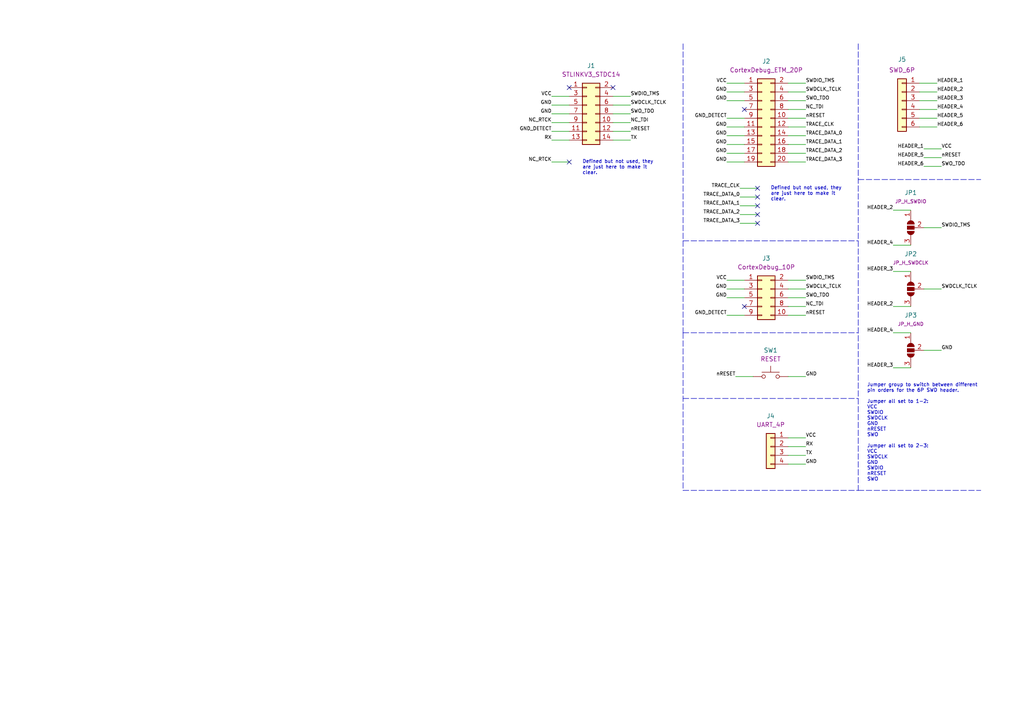
<source format=kicad_sch>
(kicad_sch (version 20211123) (generator eeschema)

  (uuid 50af08b7-9eb0-4199-add4-a3e594662856)

  (paper "A4")

  (title_block
    (title "ST-Link V3 MINI Adapter")
    (date "2022-10-03")
    (rev "1.0")
    (company "BlendEthanol by BZH Embedded Solutions")
  )

  (lib_symbols
    (symbol "Connector_Generic:Conn_01x04" (pin_names (offset 1.016) hide) (in_bom yes) (on_board yes)
      (property "Reference" "J" (id 0) (at 0 5.08 0)
        (effects (font (size 1.27 1.27)))
      )
      (property "Value" "Conn_01x04" (id 1) (at 0 -7.62 0)
        (effects (font (size 1.27 1.27)))
      )
      (property "Footprint" "" (id 2) (at 0 0 0)
        (effects (font (size 1.27 1.27)) hide)
      )
      (property "Datasheet" "~" (id 3) (at 0 0 0)
        (effects (font (size 1.27 1.27)) hide)
      )
      (property "ki_keywords" "connector" (id 4) (at 0 0 0)
        (effects (font (size 1.27 1.27)) hide)
      )
      (property "ki_description" "Generic connector, single row, 01x04, script generated (kicad-library-utils/schlib/autogen/connector/)" (id 5) (at 0 0 0)
        (effects (font (size 1.27 1.27)) hide)
      )
      (property "ki_fp_filters" "Connector*:*_1x??_*" (id 6) (at 0 0 0)
        (effects (font (size 1.27 1.27)) hide)
      )
      (symbol "Conn_01x04_1_1"
        (rectangle (start -1.27 -4.953) (end 0 -5.207)
          (stroke (width 0.1524) (type default) (color 0 0 0 0))
          (fill (type none))
        )
        (rectangle (start -1.27 -2.413) (end 0 -2.667)
          (stroke (width 0.1524) (type default) (color 0 0 0 0))
          (fill (type none))
        )
        (rectangle (start -1.27 0.127) (end 0 -0.127)
          (stroke (width 0.1524) (type default) (color 0 0 0 0))
          (fill (type none))
        )
        (rectangle (start -1.27 2.667) (end 0 2.413)
          (stroke (width 0.1524) (type default) (color 0 0 0 0))
          (fill (type none))
        )
        (rectangle (start -1.27 3.81) (end 1.27 -6.35)
          (stroke (width 0.254) (type default) (color 0 0 0 0))
          (fill (type background))
        )
        (pin passive line (at -5.08 2.54 0) (length 3.81)
          (name "Pin_1" (effects (font (size 1.27 1.27))))
          (number "1" (effects (font (size 1.27 1.27))))
        )
        (pin passive line (at -5.08 0 0) (length 3.81)
          (name "Pin_2" (effects (font (size 1.27 1.27))))
          (number "2" (effects (font (size 1.27 1.27))))
        )
        (pin passive line (at -5.08 -2.54 0) (length 3.81)
          (name "Pin_3" (effects (font (size 1.27 1.27))))
          (number "3" (effects (font (size 1.27 1.27))))
        )
        (pin passive line (at -5.08 -5.08 0) (length 3.81)
          (name "Pin_4" (effects (font (size 1.27 1.27))))
          (number "4" (effects (font (size 1.27 1.27))))
        )
      )
    )
    (symbol "Connector_Generic:Conn_01x06" (pin_names (offset 1.016) hide) (in_bom yes) (on_board yes)
      (property "Reference" "J" (id 0) (at 0 7.62 0)
        (effects (font (size 1.27 1.27)))
      )
      (property "Value" "Conn_01x06" (id 1) (at 0 -10.16 0)
        (effects (font (size 1.27 1.27)))
      )
      (property "Footprint" "" (id 2) (at 0 0 0)
        (effects (font (size 1.27 1.27)) hide)
      )
      (property "Datasheet" "~" (id 3) (at 0 0 0)
        (effects (font (size 1.27 1.27)) hide)
      )
      (property "ki_keywords" "connector" (id 4) (at 0 0 0)
        (effects (font (size 1.27 1.27)) hide)
      )
      (property "ki_description" "Generic connector, single row, 01x06, script generated (kicad-library-utils/schlib/autogen/connector/)" (id 5) (at 0 0 0)
        (effects (font (size 1.27 1.27)) hide)
      )
      (property "ki_fp_filters" "Connector*:*_1x??_*" (id 6) (at 0 0 0)
        (effects (font (size 1.27 1.27)) hide)
      )
      (symbol "Conn_01x06_1_1"
        (rectangle (start -1.27 -7.493) (end 0 -7.747)
          (stroke (width 0.1524) (type default) (color 0 0 0 0))
          (fill (type none))
        )
        (rectangle (start -1.27 -4.953) (end 0 -5.207)
          (stroke (width 0.1524) (type default) (color 0 0 0 0))
          (fill (type none))
        )
        (rectangle (start -1.27 -2.413) (end 0 -2.667)
          (stroke (width 0.1524) (type default) (color 0 0 0 0))
          (fill (type none))
        )
        (rectangle (start -1.27 0.127) (end 0 -0.127)
          (stroke (width 0.1524) (type default) (color 0 0 0 0))
          (fill (type none))
        )
        (rectangle (start -1.27 2.667) (end 0 2.413)
          (stroke (width 0.1524) (type default) (color 0 0 0 0))
          (fill (type none))
        )
        (rectangle (start -1.27 5.207) (end 0 4.953)
          (stroke (width 0.1524) (type default) (color 0 0 0 0))
          (fill (type none))
        )
        (rectangle (start -1.27 6.35) (end 1.27 -8.89)
          (stroke (width 0.254) (type default) (color 0 0 0 0))
          (fill (type background))
        )
        (pin passive line (at -5.08 5.08 0) (length 3.81)
          (name "Pin_1" (effects (font (size 1.27 1.27))))
          (number "1" (effects (font (size 1.27 1.27))))
        )
        (pin passive line (at -5.08 2.54 0) (length 3.81)
          (name "Pin_2" (effects (font (size 1.27 1.27))))
          (number "2" (effects (font (size 1.27 1.27))))
        )
        (pin passive line (at -5.08 0 0) (length 3.81)
          (name "Pin_3" (effects (font (size 1.27 1.27))))
          (number "3" (effects (font (size 1.27 1.27))))
        )
        (pin passive line (at -5.08 -2.54 0) (length 3.81)
          (name "Pin_4" (effects (font (size 1.27 1.27))))
          (number "4" (effects (font (size 1.27 1.27))))
        )
        (pin passive line (at -5.08 -5.08 0) (length 3.81)
          (name "Pin_5" (effects (font (size 1.27 1.27))))
          (number "5" (effects (font (size 1.27 1.27))))
        )
        (pin passive line (at -5.08 -7.62 0) (length 3.81)
          (name "Pin_6" (effects (font (size 1.27 1.27))))
          (number "6" (effects (font (size 1.27 1.27))))
        )
      )
    )
    (symbol "Connector_Generic:Conn_02x05_Odd_Even" (pin_names (offset 1.016) hide) (in_bom yes) (on_board yes)
      (property "Reference" "J" (id 0) (at 1.27 7.62 0)
        (effects (font (size 1.27 1.27)))
      )
      (property "Value" "Conn_02x05_Odd_Even" (id 1) (at 1.27 -7.62 0)
        (effects (font (size 1.27 1.27)))
      )
      (property "Footprint" "" (id 2) (at 0 0 0)
        (effects (font (size 1.27 1.27)) hide)
      )
      (property "Datasheet" "~" (id 3) (at 0 0 0)
        (effects (font (size 1.27 1.27)) hide)
      )
      (property "ki_keywords" "connector" (id 4) (at 0 0 0)
        (effects (font (size 1.27 1.27)) hide)
      )
      (property "ki_description" "Generic connector, double row, 02x05, odd/even pin numbering scheme (row 1 odd numbers, row 2 even numbers), script generated (kicad-library-utils/schlib/autogen/connector/)" (id 5) (at 0 0 0)
        (effects (font (size 1.27 1.27)) hide)
      )
      (property "ki_fp_filters" "Connector*:*_2x??_*" (id 6) (at 0 0 0)
        (effects (font (size 1.27 1.27)) hide)
      )
      (symbol "Conn_02x05_Odd_Even_1_1"
        (rectangle (start -1.27 -4.953) (end 0 -5.207)
          (stroke (width 0.1524) (type default) (color 0 0 0 0))
          (fill (type none))
        )
        (rectangle (start -1.27 -2.413) (end 0 -2.667)
          (stroke (width 0.1524) (type default) (color 0 0 0 0))
          (fill (type none))
        )
        (rectangle (start -1.27 0.127) (end 0 -0.127)
          (stroke (width 0.1524) (type default) (color 0 0 0 0))
          (fill (type none))
        )
        (rectangle (start -1.27 2.667) (end 0 2.413)
          (stroke (width 0.1524) (type default) (color 0 0 0 0))
          (fill (type none))
        )
        (rectangle (start -1.27 5.207) (end 0 4.953)
          (stroke (width 0.1524) (type default) (color 0 0 0 0))
          (fill (type none))
        )
        (rectangle (start -1.27 6.35) (end 3.81 -6.35)
          (stroke (width 0.254) (type default) (color 0 0 0 0))
          (fill (type background))
        )
        (rectangle (start 3.81 -4.953) (end 2.54 -5.207)
          (stroke (width 0.1524) (type default) (color 0 0 0 0))
          (fill (type none))
        )
        (rectangle (start 3.81 -2.413) (end 2.54 -2.667)
          (stroke (width 0.1524) (type default) (color 0 0 0 0))
          (fill (type none))
        )
        (rectangle (start 3.81 0.127) (end 2.54 -0.127)
          (stroke (width 0.1524) (type default) (color 0 0 0 0))
          (fill (type none))
        )
        (rectangle (start 3.81 2.667) (end 2.54 2.413)
          (stroke (width 0.1524) (type default) (color 0 0 0 0))
          (fill (type none))
        )
        (rectangle (start 3.81 5.207) (end 2.54 4.953)
          (stroke (width 0.1524) (type default) (color 0 0 0 0))
          (fill (type none))
        )
        (pin passive line (at -5.08 5.08 0) (length 3.81)
          (name "Pin_1" (effects (font (size 1.27 1.27))))
          (number "1" (effects (font (size 1.27 1.27))))
        )
        (pin passive line (at 7.62 -5.08 180) (length 3.81)
          (name "Pin_10" (effects (font (size 1.27 1.27))))
          (number "10" (effects (font (size 1.27 1.27))))
        )
        (pin passive line (at 7.62 5.08 180) (length 3.81)
          (name "Pin_2" (effects (font (size 1.27 1.27))))
          (number "2" (effects (font (size 1.27 1.27))))
        )
        (pin passive line (at -5.08 2.54 0) (length 3.81)
          (name "Pin_3" (effects (font (size 1.27 1.27))))
          (number "3" (effects (font (size 1.27 1.27))))
        )
        (pin passive line (at 7.62 2.54 180) (length 3.81)
          (name "Pin_4" (effects (font (size 1.27 1.27))))
          (number "4" (effects (font (size 1.27 1.27))))
        )
        (pin passive line (at -5.08 0 0) (length 3.81)
          (name "Pin_5" (effects (font (size 1.27 1.27))))
          (number "5" (effects (font (size 1.27 1.27))))
        )
        (pin passive line (at 7.62 0 180) (length 3.81)
          (name "Pin_6" (effects (font (size 1.27 1.27))))
          (number "6" (effects (font (size 1.27 1.27))))
        )
        (pin passive line (at -5.08 -2.54 0) (length 3.81)
          (name "Pin_7" (effects (font (size 1.27 1.27))))
          (number "7" (effects (font (size 1.27 1.27))))
        )
        (pin passive line (at 7.62 -2.54 180) (length 3.81)
          (name "Pin_8" (effects (font (size 1.27 1.27))))
          (number "8" (effects (font (size 1.27 1.27))))
        )
        (pin passive line (at -5.08 -5.08 0) (length 3.81)
          (name "Pin_9" (effects (font (size 1.27 1.27))))
          (number "9" (effects (font (size 1.27 1.27))))
        )
      )
    )
    (symbol "Connector_Generic:Conn_02x07_Odd_Even" (pin_names (offset 1.016) hide) (in_bom yes) (on_board yes)
      (property "Reference" "J" (id 0) (at 1.27 10.16 0)
        (effects (font (size 1.27 1.27)))
      )
      (property "Value" "Conn_02x07_Odd_Even" (id 1) (at 1.27 -10.16 0)
        (effects (font (size 1.27 1.27)))
      )
      (property "Footprint" "" (id 2) (at 0 0 0)
        (effects (font (size 1.27 1.27)) hide)
      )
      (property "Datasheet" "~" (id 3) (at 0 0 0)
        (effects (font (size 1.27 1.27)) hide)
      )
      (property "ki_keywords" "connector" (id 4) (at 0 0 0)
        (effects (font (size 1.27 1.27)) hide)
      )
      (property "ki_description" "Generic connector, double row, 02x07, odd/even pin numbering scheme (row 1 odd numbers, row 2 even numbers), script generated (kicad-library-utils/schlib/autogen/connector/)" (id 5) (at 0 0 0)
        (effects (font (size 1.27 1.27)) hide)
      )
      (property "ki_fp_filters" "Connector*:*_2x??_*" (id 6) (at 0 0 0)
        (effects (font (size 1.27 1.27)) hide)
      )
      (symbol "Conn_02x07_Odd_Even_1_1"
        (rectangle (start -1.27 -7.493) (end 0 -7.747)
          (stroke (width 0.1524) (type default) (color 0 0 0 0))
          (fill (type none))
        )
        (rectangle (start -1.27 -4.953) (end 0 -5.207)
          (stroke (width 0.1524) (type default) (color 0 0 0 0))
          (fill (type none))
        )
        (rectangle (start -1.27 -2.413) (end 0 -2.667)
          (stroke (width 0.1524) (type default) (color 0 0 0 0))
          (fill (type none))
        )
        (rectangle (start -1.27 0.127) (end 0 -0.127)
          (stroke (width 0.1524) (type default) (color 0 0 0 0))
          (fill (type none))
        )
        (rectangle (start -1.27 2.667) (end 0 2.413)
          (stroke (width 0.1524) (type default) (color 0 0 0 0))
          (fill (type none))
        )
        (rectangle (start -1.27 5.207) (end 0 4.953)
          (stroke (width 0.1524) (type default) (color 0 0 0 0))
          (fill (type none))
        )
        (rectangle (start -1.27 7.747) (end 0 7.493)
          (stroke (width 0.1524) (type default) (color 0 0 0 0))
          (fill (type none))
        )
        (rectangle (start -1.27 8.89) (end 3.81 -8.89)
          (stroke (width 0.254) (type default) (color 0 0 0 0))
          (fill (type background))
        )
        (rectangle (start 3.81 -7.493) (end 2.54 -7.747)
          (stroke (width 0.1524) (type default) (color 0 0 0 0))
          (fill (type none))
        )
        (rectangle (start 3.81 -4.953) (end 2.54 -5.207)
          (stroke (width 0.1524) (type default) (color 0 0 0 0))
          (fill (type none))
        )
        (rectangle (start 3.81 -2.413) (end 2.54 -2.667)
          (stroke (width 0.1524) (type default) (color 0 0 0 0))
          (fill (type none))
        )
        (rectangle (start 3.81 0.127) (end 2.54 -0.127)
          (stroke (width 0.1524) (type default) (color 0 0 0 0))
          (fill (type none))
        )
        (rectangle (start 3.81 2.667) (end 2.54 2.413)
          (stroke (width 0.1524) (type default) (color 0 0 0 0))
          (fill (type none))
        )
        (rectangle (start 3.81 5.207) (end 2.54 4.953)
          (stroke (width 0.1524) (type default) (color 0 0 0 0))
          (fill (type none))
        )
        (rectangle (start 3.81 7.747) (end 2.54 7.493)
          (stroke (width 0.1524) (type default) (color 0 0 0 0))
          (fill (type none))
        )
        (pin passive line (at -5.08 7.62 0) (length 3.81)
          (name "Pin_1" (effects (font (size 1.27 1.27))))
          (number "1" (effects (font (size 1.27 1.27))))
        )
        (pin passive line (at 7.62 -2.54 180) (length 3.81)
          (name "Pin_10" (effects (font (size 1.27 1.27))))
          (number "10" (effects (font (size 1.27 1.27))))
        )
        (pin passive line (at -5.08 -5.08 0) (length 3.81)
          (name "Pin_11" (effects (font (size 1.27 1.27))))
          (number "11" (effects (font (size 1.27 1.27))))
        )
        (pin passive line (at 7.62 -5.08 180) (length 3.81)
          (name "Pin_12" (effects (font (size 1.27 1.27))))
          (number "12" (effects (font (size 1.27 1.27))))
        )
        (pin passive line (at -5.08 -7.62 0) (length 3.81)
          (name "Pin_13" (effects (font (size 1.27 1.27))))
          (number "13" (effects (font (size 1.27 1.27))))
        )
        (pin passive line (at 7.62 -7.62 180) (length 3.81)
          (name "Pin_14" (effects (font (size 1.27 1.27))))
          (number "14" (effects (font (size 1.27 1.27))))
        )
        (pin passive line (at 7.62 7.62 180) (length 3.81)
          (name "Pin_2" (effects (font (size 1.27 1.27))))
          (number "2" (effects (font (size 1.27 1.27))))
        )
        (pin passive line (at -5.08 5.08 0) (length 3.81)
          (name "Pin_3" (effects (font (size 1.27 1.27))))
          (number "3" (effects (font (size 1.27 1.27))))
        )
        (pin passive line (at 7.62 5.08 180) (length 3.81)
          (name "Pin_4" (effects (font (size 1.27 1.27))))
          (number "4" (effects (font (size 1.27 1.27))))
        )
        (pin passive line (at -5.08 2.54 0) (length 3.81)
          (name "Pin_5" (effects (font (size 1.27 1.27))))
          (number "5" (effects (font (size 1.27 1.27))))
        )
        (pin passive line (at 7.62 2.54 180) (length 3.81)
          (name "Pin_6" (effects (font (size 1.27 1.27))))
          (number "6" (effects (font (size 1.27 1.27))))
        )
        (pin passive line (at -5.08 0 0) (length 3.81)
          (name "Pin_7" (effects (font (size 1.27 1.27))))
          (number "7" (effects (font (size 1.27 1.27))))
        )
        (pin passive line (at 7.62 0 180) (length 3.81)
          (name "Pin_8" (effects (font (size 1.27 1.27))))
          (number "8" (effects (font (size 1.27 1.27))))
        )
        (pin passive line (at -5.08 -2.54 0) (length 3.81)
          (name "Pin_9" (effects (font (size 1.27 1.27))))
          (number "9" (effects (font (size 1.27 1.27))))
        )
      )
    )
    (symbol "Connector_Generic:Conn_02x10_Odd_Even" (pin_names (offset 1.016) hide) (in_bom yes) (on_board yes)
      (property "Reference" "J" (id 0) (at 1.27 12.7 0)
        (effects (font (size 1.27 1.27)))
      )
      (property "Value" "Conn_02x10_Odd_Even" (id 1) (at 1.27 -15.24 0)
        (effects (font (size 1.27 1.27)))
      )
      (property "Footprint" "" (id 2) (at 0 0 0)
        (effects (font (size 1.27 1.27)) hide)
      )
      (property "Datasheet" "~" (id 3) (at 0 0 0)
        (effects (font (size 1.27 1.27)) hide)
      )
      (property "ki_keywords" "connector" (id 4) (at 0 0 0)
        (effects (font (size 1.27 1.27)) hide)
      )
      (property "ki_description" "Generic connector, double row, 02x10, odd/even pin numbering scheme (row 1 odd numbers, row 2 even numbers), script generated (kicad-library-utils/schlib/autogen/connector/)" (id 5) (at 0 0 0)
        (effects (font (size 1.27 1.27)) hide)
      )
      (property "ki_fp_filters" "Connector*:*_2x??_*" (id 6) (at 0 0 0)
        (effects (font (size 1.27 1.27)) hide)
      )
      (symbol "Conn_02x10_Odd_Even_1_1"
        (rectangle (start -1.27 -12.573) (end 0 -12.827)
          (stroke (width 0.1524) (type default) (color 0 0 0 0))
          (fill (type none))
        )
        (rectangle (start -1.27 -10.033) (end 0 -10.287)
          (stroke (width 0.1524) (type default) (color 0 0 0 0))
          (fill (type none))
        )
        (rectangle (start -1.27 -7.493) (end 0 -7.747)
          (stroke (width 0.1524) (type default) (color 0 0 0 0))
          (fill (type none))
        )
        (rectangle (start -1.27 -4.953) (end 0 -5.207)
          (stroke (width 0.1524) (type default) (color 0 0 0 0))
          (fill (type none))
        )
        (rectangle (start -1.27 -2.413) (end 0 -2.667)
          (stroke (width 0.1524) (type default) (color 0 0 0 0))
          (fill (type none))
        )
        (rectangle (start -1.27 0.127) (end 0 -0.127)
          (stroke (width 0.1524) (type default) (color 0 0 0 0))
          (fill (type none))
        )
        (rectangle (start -1.27 2.667) (end 0 2.413)
          (stroke (width 0.1524) (type default) (color 0 0 0 0))
          (fill (type none))
        )
        (rectangle (start -1.27 5.207) (end 0 4.953)
          (stroke (width 0.1524) (type default) (color 0 0 0 0))
          (fill (type none))
        )
        (rectangle (start -1.27 7.747) (end 0 7.493)
          (stroke (width 0.1524) (type default) (color 0 0 0 0))
          (fill (type none))
        )
        (rectangle (start -1.27 10.287) (end 0 10.033)
          (stroke (width 0.1524) (type default) (color 0 0 0 0))
          (fill (type none))
        )
        (rectangle (start -1.27 11.43) (end 3.81 -13.97)
          (stroke (width 0.254) (type default) (color 0 0 0 0))
          (fill (type background))
        )
        (rectangle (start 3.81 -12.573) (end 2.54 -12.827)
          (stroke (width 0.1524) (type default) (color 0 0 0 0))
          (fill (type none))
        )
        (rectangle (start 3.81 -10.033) (end 2.54 -10.287)
          (stroke (width 0.1524) (type default) (color 0 0 0 0))
          (fill (type none))
        )
        (rectangle (start 3.81 -7.493) (end 2.54 -7.747)
          (stroke (width 0.1524) (type default) (color 0 0 0 0))
          (fill (type none))
        )
        (rectangle (start 3.81 -4.953) (end 2.54 -5.207)
          (stroke (width 0.1524) (type default) (color 0 0 0 0))
          (fill (type none))
        )
        (rectangle (start 3.81 -2.413) (end 2.54 -2.667)
          (stroke (width 0.1524) (type default) (color 0 0 0 0))
          (fill (type none))
        )
        (rectangle (start 3.81 0.127) (end 2.54 -0.127)
          (stroke (width 0.1524) (type default) (color 0 0 0 0))
          (fill (type none))
        )
        (rectangle (start 3.81 2.667) (end 2.54 2.413)
          (stroke (width 0.1524) (type default) (color 0 0 0 0))
          (fill (type none))
        )
        (rectangle (start 3.81 5.207) (end 2.54 4.953)
          (stroke (width 0.1524) (type default) (color 0 0 0 0))
          (fill (type none))
        )
        (rectangle (start 3.81 7.747) (end 2.54 7.493)
          (stroke (width 0.1524) (type default) (color 0 0 0 0))
          (fill (type none))
        )
        (rectangle (start 3.81 10.287) (end 2.54 10.033)
          (stroke (width 0.1524) (type default) (color 0 0 0 0))
          (fill (type none))
        )
        (pin passive line (at -5.08 10.16 0) (length 3.81)
          (name "Pin_1" (effects (font (size 1.27 1.27))))
          (number "1" (effects (font (size 1.27 1.27))))
        )
        (pin passive line (at 7.62 0 180) (length 3.81)
          (name "Pin_10" (effects (font (size 1.27 1.27))))
          (number "10" (effects (font (size 1.27 1.27))))
        )
        (pin passive line (at -5.08 -2.54 0) (length 3.81)
          (name "Pin_11" (effects (font (size 1.27 1.27))))
          (number "11" (effects (font (size 1.27 1.27))))
        )
        (pin passive line (at 7.62 -2.54 180) (length 3.81)
          (name "Pin_12" (effects (font (size 1.27 1.27))))
          (number "12" (effects (font (size 1.27 1.27))))
        )
        (pin passive line (at -5.08 -5.08 0) (length 3.81)
          (name "Pin_13" (effects (font (size 1.27 1.27))))
          (number "13" (effects (font (size 1.27 1.27))))
        )
        (pin passive line (at 7.62 -5.08 180) (length 3.81)
          (name "Pin_14" (effects (font (size 1.27 1.27))))
          (number "14" (effects (font (size 1.27 1.27))))
        )
        (pin passive line (at -5.08 -7.62 0) (length 3.81)
          (name "Pin_15" (effects (font (size 1.27 1.27))))
          (number "15" (effects (font (size 1.27 1.27))))
        )
        (pin passive line (at 7.62 -7.62 180) (length 3.81)
          (name "Pin_16" (effects (font (size 1.27 1.27))))
          (number "16" (effects (font (size 1.27 1.27))))
        )
        (pin passive line (at -5.08 -10.16 0) (length 3.81)
          (name "Pin_17" (effects (font (size 1.27 1.27))))
          (number "17" (effects (font (size 1.27 1.27))))
        )
        (pin passive line (at 7.62 -10.16 180) (length 3.81)
          (name "Pin_18" (effects (font (size 1.27 1.27))))
          (number "18" (effects (font (size 1.27 1.27))))
        )
        (pin passive line (at -5.08 -12.7 0) (length 3.81)
          (name "Pin_19" (effects (font (size 1.27 1.27))))
          (number "19" (effects (font (size 1.27 1.27))))
        )
        (pin passive line (at 7.62 10.16 180) (length 3.81)
          (name "Pin_2" (effects (font (size 1.27 1.27))))
          (number "2" (effects (font (size 1.27 1.27))))
        )
        (pin passive line (at 7.62 -12.7 180) (length 3.81)
          (name "Pin_20" (effects (font (size 1.27 1.27))))
          (number "20" (effects (font (size 1.27 1.27))))
        )
        (pin passive line (at -5.08 7.62 0) (length 3.81)
          (name "Pin_3" (effects (font (size 1.27 1.27))))
          (number "3" (effects (font (size 1.27 1.27))))
        )
        (pin passive line (at 7.62 7.62 180) (length 3.81)
          (name "Pin_4" (effects (font (size 1.27 1.27))))
          (number "4" (effects (font (size 1.27 1.27))))
        )
        (pin passive line (at -5.08 5.08 0) (length 3.81)
          (name "Pin_5" (effects (font (size 1.27 1.27))))
          (number "5" (effects (font (size 1.27 1.27))))
        )
        (pin passive line (at 7.62 5.08 180) (length 3.81)
          (name "Pin_6" (effects (font (size 1.27 1.27))))
          (number "6" (effects (font (size 1.27 1.27))))
        )
        (pin passive line (at -5.08 2.54 0) (length 3.81)
          (name "Pin_7" (effects (font (size 1.27 1.27))))
          (number "7" (effects (font (size 1.27 1.27))))
        )
        (pin passive line (at 7.62 2.54 180) (length 3.81)
          (name "Pin_8" (effects (font (size 1.27 1.27))))
          (number "8" (effects (font (size 1.27 1.27))))
        )
        (pin passive line (at -5.08 0 0) (length 3.81)
          (name "Pin_9" (effects (font (size 1.27 1.27))))
          (number "9" (effects (font (size 1.27 1.27))))
        )
      )
    )
    (symbol "Jumper:SolderJumper_3_Open" (pin_names (offset 0) hide) (in_bom yes) (on_board yes)
      (property "Reference" "JP" (id 0) (at -2.54 -2.54 0)
        (effects (font (size 1.27 1.27)))
      )
      (property "Value" "SolderJumper_3_Open" (id 1) (at 0 2.794 0)
        (effects (font (size 1.27 1.27)))
      )
      (property "Footprint" "" (id 2) (at 0 0 0)
        (effects (font (size 1.27 1.27)) hide)
      )
      (property "Datasheet" "~" (id 3) (at 0 0 0)
        (effects (font (size 1.27 1.27)) hide)
      )
      (property "ki_keywords" "Solder Jumper SPDT" (id 4) (at 0 0 0)
        (effects (font (size 1.27 1.27)) hide)
      )
      (property "ki_description" "Solder Jumper, 3-pole, open" (id 5) (at 0 0 0)
        (effects (font (size 1.27 1.27)) hide)
      )
      (property "ki_fp_filters" "SolderJumper*Open*" (id 6) (at 0 0 0)
        (effects (font (size 1.27 1.27)) hide)
      )
      (symbol "SolderJumper_3_Open_0_1"
        (arc (start -1.016 1.016) (mid -2.032 0) (end -1.016 -1.016)
          (stroke (width 0) (type default) (color 0 0 0 0))
          (fill (type none))
        )
        (arc (start -1.016 1.016) (mid -2.032 0) (end -1.016 -1.016)
          (stroke (width 0) (type default) (color 0 0 0 0))
          (fill (type outline))
        )
        (rectangle (start -0.508 1.016) (end 0.508 -1.016)
          (stroke (width 0) (type default) (color 0 0 0 0))
          (fill (type outline))
        )
        (polyline
          (pts
            (xy -2.54 0)
            (xy -2.032 0)
          )
          (stroke (width 0) (type default) (color 0 0 0 0))
          (fill (type none))
        )
        (polyline
          (pts
            (xy -1.016 1.016)
            (xy -1.016 -1.016)
          )
          (stroke (width 0) (type default) (color 0 0 0 0))
          (fill (type none))
        )
        (polyline
          (pts
            (xy 0 -1.27)
            (xy 0 -1.016)
          )
          (stroke (width 0) (type default) (color 0 0 0 0))
          (fill (type none))
        )
        (polyline
          (pts
            (xy 1.016 1.016)
            (xy 1.016 -1.016)
          )
          (stroke (width 0) (type default) (color 0 0 0 0))
          (fill (type none))
        )
        (polyline
          (pts
            (xy 2.54 0)
            (xy 2.032 0)
          )
          (stroke (width 0) (type default) (color 0 0 0 0))
          (fill (type none))
        )
        (arc (start 1.016 -1.016) (mid 2.032 0) (end 1.016 1.016)
          (stroke (width 0) (type default) (color 0 0 0 0))
          (fill (type none))
        )
        (arc (start 1.016 -1.016) (mid 2.032 0) (end 1.016 1.016)
          (stroke (width 0) (type default) (color 0 0 0 0))
          (fill (type outline))
        )
      )
      (symbol "SolderJumper_3_Open_1_1"
        (pin passive line (at -5.08 0 0) (length 2.54)
          (name "A" (effects (font (size 1.27 1.27))))
          (number "1" (effects (font (size 1.27 1.27))))
        )
        (pin passive line (at 0 -3.81 90) (length 2.54)
          (name "C" (effects (font (size 1.27 1.27))))
          (number "2" (effects (font (size 1.27 1.27))))
        )
        (pin passive line (at 5.08 0 180) (length 2.54)
          (name "B" (effects (font (size 1.27 1.27))))
          (number "3" (effects (font (size 1.27 1.27))))
        )
      )
    )
    (symbol "Switch:SW_Push" (pin_numbers hide) (pin_names (offset 1.016) hide) (in_bom yes) (on_board yes)
      (property "Reference" "SW" (id 0) (at 1.27 2.54 0)
        (effects (font (size 1.27 1.27)) (justify left))
      )
      (property "Value" "SW_Push" (id 1) (at 0 -1.524 0)
        (effects (font (size 1.27 1.27)))
      )
      (property "Footprint" "" (id 2) (at 0 5.08 0)
        (effects (font (size 1.27 1.27)) hide)
      )
      (property "Datasheet" "~" (id 3) (at 0 5.08 0)
        (effects (font (size 1.27 1.27)) hide)
      )
      (property "ki_keywords" "switch normally-open pushbutton push-button" (id 4) (at 0 0 0)
        (effects (font (size 1.27 1.27)) hide)
      )
      (property "ki_description" "Push button switch, generic, two pins" (id 5) (at 0 0 0)
        (effects (font (size 1.27 1.27)) hide)
      )
      (symbol "SW_Push_0_1"
        (circle (center -2.032 0) (radius 0.508)
          (stroke (width 0) (type default) (color 0 0 0 0))
          (fill (type none))
        )
        (polyline
          (pts
            (xy 0 1.27)
            (xy 0 3.048)
          )
          (stroke (width 0) (type default) (color 0 0 0 0))
          (fill (type none))
        )
        (polyline
          (pts
            (xy 2.54 1.27)
            (xy -2.54 1.27)
          )
          (stroke (width 0) (type default) (color 0 0 0 0))
          (fill (type none))
        )
        (circle (center 2.032 0) (radius 0.508)
          (stroke (width 0) (type default) (color 0 0 0 0))
          (fill (type none))
        )
        (pin passive line (at -5.08 0 0) (length 2.54)
          (name "1" (effects (font (size 1.27 1.27))))
          (number "1" (effects (font (size 1.27 1.27))))
        )
        (pin passive line (at 5.08 0 180) (length 2.54)
          (name "2" (effects (font (size 1.27 1.27))))
          (number "2" (effects (font (size 1.27 1.27))))
        )
      )
    )
  )


  (no_connect (at 215.9 31.75) (uuid 19cb2019-3f41-44e1-9a16-ec942afec8b7))
  (no_connect (at 215.9 88.9) (uuid 19cb2019-3f41-44e1-9a16-ec942afec8b8))
  (no_connect (at 165.1 46.99) (uuid 1cf28369-0c42-4e9b-8093-0e3521f9020b))
  (no_connect (at 165.1 25.4) (uuid 766f1845-b1d0-4972-b5f5-f4165767db48))
  (no_connect (at 177.8 25.4) (uuid 766f1845-b1d0-4972-b5f5-f4165767db49))
  (no_connect (at 219.71 57.15) (uuid bff3e3ff-f0e0-4953-b3fa-348d7432eede))
  (no_connect (at 219.71 54.61) (uuid bff3e3ff-f0e0-4953-b3fa-348d7432eedf))
  (no_connect (at 219.71 59.69) (uuid bff3e3ff-f0e0-4953-b3fa-348d7432eee0))
  (no_connect (at 219.71 62.23) (uuid bff3e3ff-f0e0-4953-b3fa-348d7432eee1))
  (no_connect (at 219.71 64.77) (uuid bff3e3ff-f0e0-4953-b3fa-348d7432eee2))

  (wire (pts (xy 177.8 35.56) (xy 182.88 35.56))
    (stroke (width 0) (type default) (color 0 0 0 0))
    (uuid 0633ebd6-3e4d-4ee6-a3e0-16d8ab38f08d)
  )
  (wire (pts (xy 259.08 96.52) (xy 264.16 96.52))
    (stroke (width 0) (type default) (color 0 0 0 0))
    (uuid 0c7c751f-690f-4d42-841b-23fedf4643d6)
  )
  (polyline (pts (xy 198.12 69.85) (xy 248.92 69.85))
    (stroke (width 0) (type default) (color 0 0 0 0))
    (uuid 0e57e508-047f-4ab2-8b02-f162ccbbccb8)
  )

  (wire (pts (xy 228.6 109.22) (xy 233.68 109.22))
    (stroke (width 0) (type default) (color 0 0 0 0))
    (uuid 0ff0bd7b-c121-40ec-92fd-081e3cd88028)
  )
  (wire (pts (xy 228.6 41.91) (xy 233.68 41.91))
    (stroke (width 0) (type default) (color 0 0 0 0))
    (uuid 16f6cfa6-8432-4ae4-a020-3f1fc7f852b4)
  )
  (wire (pts (xy 210.82 34.29) (xy 215.9 34.29))
    (stroke (width 0) (type default) (color 0 0 0 0))
    (uuid 17bdf168-4432-4397-b0b4-13dba56aab6a)
  )
  (polyline (pts (xy 248.92 142.24) (xy 284.48 142.24))
    (stroke (width 0) (type default) (color 0 0 0 0))
    (uuid 1bec60ba-19ef-42d8-8a5a-d112fbabf91d)
  )

  (wire (pts (xy 160.02 33.02) (xy 165.1 33.02))
    (stroke (width 0) (type default) (color 0 0 0 0))
    (uuid 1de52774-d87c-42ca-9658-7ff84c4e9cd6)
  )
  (wire (pts (xy 219.71 62.23) (xy 214.63 62.23))
    (stroke (width 0) (type default) (color 0 0 0 0))
    (uuid 1ec9134f-7e01-45ca-93da-400198a51a98)
  )
  (wire (pts (xy 210.82 46.99) (xy 215.9 46.99))
    (stroke (width 0) (type default) (color 0 0 0 0))
    (uuid 1f551c5a-00e5-4df2-a47f-26a7c675dbc5)
  )
  (wire (pts (xy 259.08 78.74) (xy 264.16 78.74))
    (stroke (width 0) (type default) (color 0 0 0 0))
    (uuid 2058bade-a593-4cbf-972c-7ddede87f7a5)
  )
  (wire (pts (xy 228.6 81.28) (xy 233.68 81.28))
    (stroke (width 0) (type default) (color 0 0 0 0))
    (uuid 216c6448-bec7-45e8-a074-0203efbd53d3)
  )
  (wire (pts (xy 228.6 44.45) (xy 233.68 44.45))
    (stroke (width 0) (type default) (color 0 0 0 0))
    (uuid 2847b4f8-d580-43bc-86d8-fdf801e03357)
  )
  (wire (pts (xy 267.97 43.18) (xy 273.05 43.18))
    (stroke (width 0) (type default) (color 0 0 0 0))
    (uuid 3306d924-148c-4540-9655-1ad3ce99cca4)
  )
  (wire (pts (xy 267.97 66.04) (xy 273.05 66.04))
    (stroke (width 0) (type default) (color 0 0 0 0))
    (uuid 346491aa-0dbb-468b-b183-4ced0619d54a)
  )
  (wire (pts (xy 177.8 40.64) (xy 182.88 40.64))
    (stroke (width 0) (type default) (color 0 0 0 0))
    (uuid 38160292-5898-4d6d-a804-4a962dbc80a6)
  )
  (wire (pts (xy 210.82 81.28) (xy 215.9 81.28))
    (stroke (width 0) (type default) (color 0 0 0 0))
    (uuid 39c1166a-f5cb-4340-9dca-14741fecdde6)
  )
  (wire (pts (xy 228.6 34.29) (xy 233.68 34.29))
    (stroke (width 0) (type default) (color 0 0 0 0))
    (uuid 3c7b0b1b-f9d8-4023-9562-1802fe2633d9)
  )
  (wire (pts (xy 177.8 33.02) (xy 182.88 33.02))
    (stroke (width 0) (type default) (color 0 0 0 0))
    (uuid 3ce84dcd-6479-4ba5-a6ee-652847417842)
  )
  (wire (pts (xy 219.71 64.77) (xy 214.63 64.77))
    (stroke (width 0) (type default) (color 0 0 0 0))
    (uuid 3dc86007-95cd-4a50-9091-5692a0c0c9e8)
  )
  (polyline (pts (xy 248.92 52.07) (xy 284.48 52.07))
    (stroke (width 0) (type default) (color 0 0 0 0))
    (uuid 3f8e6320-494c-4224-bacf-feedfdcf9469)
  )
  (polyline (pts (xy 198.12 96.52) (xy 248.92 96.52))
    (stroke (width 0) (type default) (color 0 0 0 0))
    (uuid 43f9827a-c91a-4861-9f68-a605f1ff2500)
  )

  (wire (pts (xy 210.82 36.83) (xy 215.9 36.83))
    (stroke (width 0) (type default) (color 0 0 0 0))
    (uuid 448dc45f-c0be-4656-8dec-16c670764022)
  )
  (wire (pts (xy 228.6 36.83) (xy 233.68 36.83))
    (stroke (width 0) (type default) (color 0 0 0 0))
    (uuid 48a99121-0af1-4de6-82be-648d95fa9cfc)
  )
  (wire (pts (xy 160.02 40.64) (xy 165.1 40.64))
    (stroke (width 0) (type default) (color 0 0 0 0))
    (uuid 494a1644-da46-4c86-9a64-1756760cd078)
  )
  (wire (pts (xy 228.6 39.37) (xy 233.68 39.37))
    (stroke (width 0) (type default) (color 0 0 0 0))
    (uuid 4bd7f7be-f36f-4d4e-aa00-169c43e88c9a)
  )
  (polyline (pts (xy 198.12 96.52) (xy 198.12 142.24))
    (stroke (width 0) (type default) (color 0 0 0 0))
    (uuid 51cc5ff7-7711-4f41-a5bf-be6ea5d6792e)
  )
  (polyline (pts (xy 198.12 142.24) (xy 248.92 142.24))
    (stroke (width 0) (type default) (color 0 0 0 0))
    (uuid 538b53cb-04c2-4e6e-8fd6-0601a2afeca5)
  )

  (wire (pts (xy 219.71 59.69) (xy 214.63 59.69))
    (stroke (width 0) (type default) (color 0 0 0 0))
    (uuid 54087c60-b36a-49e7-9edb-0b14fd1411a4)
  )
  (wire (pts (xy 259.08 60.96) (xy 264.16 60.96))
    (stroke (width 0) (type default) (color 0 0 0 0))
    (uuid 5606a8a0-3712-475f-ade4-9a5566bfa5d7)
  )
  (wire (pts (xy 228.6 83.82) (xy 233.68 83.82))
    (stroke (width 0) (type default) (color 0 0 0 0))
    (uuid 588ca2cc-ebbb-4dc2-964c-4fda721bc4a3)
  )
  (wire (pts (xy 228.6 86.36) (xy 233.68 86.36))
    (stroke (width 0) (type default) (color 0 0 0 0))
    (uuid 5fdf23be-3ef5-491d-8813-b1b980c982a0)
  )
  (wire (pts (xy 160.02 35.56) (xy 165.1 35.56))
    (stroke (width 0) (type default) (color 0 0 0 0))
    (uuid 6007368d-7464-47e7-aa1f-73edfbb17060)
  )
  (wire (pts (xy 259.08 71.12) (xy 264.16 71.12))
    (stroke (width 0) (type default) (color 0 0 0 0))
    (uuid 60c6fec9-8a66-4c89-bd4e-1e9054d612a7)
  )
  (wire (pts (xy 266.7 36.83) (xy 271.78 36.83))
    (stroke (width 0) (type default) (color 0 0 0 0))
    (uuid 6511d15d-577e-48b9-a4c6-1d23066e9f26)
  )
  (wire (pts (xy 210.82 26.67) (xy 215.9 26.67))
    (stroke (width 0) (type default) (color 0 0 0 0))
    (uuid 652195b3-dc03-473b-88a4-d055251b9e65)
  )
  (wire (pts (xy 210.82 41.91) (xy 215.9 41.91))
    (stroke (width 0) (type default) (color 0 0 0 0))
    (uuid 658f38f8-6efc-4334-bbf9-a86b6d93e38a)
  )
  (wire (pts (xy 259.08 88.9) (xy 264.16 88.9))
    (stroke (width 0) (type default) (color 0 0 0 0))
    (uuid 68f78b69-4852-4f6c-ae36-5a3ddc193831)
  )
  (wire (pts (xy 267.97 48.26) (xy 273.05 48.26))
    (stroke (width 0) (type default) (color 0 0 0 0))
    (uuid 6e8d86de-ce0f-4758-84ca-1e4961519e45)
  )
  (wire (pts (xy 219.71 57.15) (xy 214.63 57.15))
    (stroke (width 0) (type default) (color 0 0 0 0))
    (uuid 74f91d99-2b5d-4a95-a705-8f57f303f3b0)
  )
  (wire (pts (xy 266.7 26.67) (xy 271.78 26.67))
    (stroke (width 0) (type default) (color 0 0 0 0))
    (uuid 752958d1-bdb3-42cb-8f09-8fa66a102b2d)
  )
  (wire (pts (xy 177.8 30.48) (xy 182.88 30.48))
    (stroke (width 0) (type default) (color 0 0 0 0))
    (uuid 791071a8-85c3-4908-9837-64c0f69e2873)
  )
  (wire (pts (xy 210.82 24.13) (xy 215.9 24.13))
    (stroke (width 0) (type default) (color 0 0 0 0))
    (uuid 7f3452d8-b898-46fc-b5e1-326b06740d4c)
  )
  (wire (pts (xy 210.82 91.44) (xy 215.9 91.44))
    (stroke (width 0) (type default) (color 0 0 0 0))
    (uuid 82fc38a2-031b-4d59-b1a4-947e5fc263c4)
  )
  (wire (pts (xy 210.82 83.82) (xy 215.9 83.82))
    (stroke (width 0) (type default) (color 0 0 0 0))
    (uuid 88a53a43-2e17-4bab-b300-59221e91f320)
  )
  (wire (pts (xy 210.82 86.36) (xy 215.9 86.36))
    (stroke (width 0) (type default) (color 0 0 0 0))
    (uuid 88f946d2-4840-405a-ad05-0e7ecd9e2785)
  )
  (wire (pts (xy 228.6 24.13) (xy 233.68 24.13))
    (stroke (width 0) (type default) (color 0 0 0 0))
    (uuid 8a43c447-d754-4ca3-aba3-2faeb1e19602)
  )
  (wire (pts (xy 213.36 109.22) (xy 218.44 109.22))
    (stroke (width 0) (type default) (color 0 0 0 0))
    (uuid 8fd7372b-68fa-4dca-b387-30669b550e05)
  )
  (wire (pts (xy 228.6 31.75) (xy 233.68 31.75))
    (stroke (width 0) (type default) (color 0 0 0 0))
    (uuid 9252d739-55dc-40b1-bf74-80b0af6977d4)
  )
  (wire (pts (xy 228.6 46.99) (xy 233.68 46.99))
    (stroke (width 0) (type default) (color 0 0 0 0))
    (uuid 9bdd500d-f58e-4a87-8abc-b967bb0b05a5)
  )
  (wire (pts (xy 160.02 27.94) (xy 165.1 27.94))
    (stroke (width 0) (type default) (color 0 0 0 0))
    (uuid a4ea610a-9da6-41e7-91e1-7ae72c2b98b1)
  )
  (wire (pts (xy 210.82 44.45) (xy 215.9 44.45))
    (stroke (width 0) (type default) (color 0 0 0 0))
    (uuid b153bf5b-8779-40c8-be99-43c640096e90)
  )
  (wire (pts (xy 228.6 29.21) (xy 233.68 29.21))
    (stroke (width 0) (type default) (color 0 0 0 0))
    (uuid b35b659e-effa-4433-a6ba-440c71e7248a)
  )
  (wire (pts (xy 228.6 91.44) (xy 233.68 91.44))
    (stroke (width 0) (type default) (color 0 0 0 0))
    (uuid b4257655-165e-4323-acd0-96cbfb6eb45f)
  )
  (wire (pts (xy 228.6 88.9) (xy 233.68 88.9))
    (stroke (width 0) (type default) (color 0 0 0 0))
    (uuid b83578c2-7832-4e37-a170-164bbd535994)
  )
  (wire (pts (xy 177.8 27.94) (xy 182.88 27.94))
    (stroke (width 0) (type default) (color 0 0 0 0))
    (uuid c16a53e2-c6ed-4bda-96b1-8de3bf90d612)
  )
  (wire (pts (xy 267.97 101.6) (xy 273.05 101.6))
    (stroke (width 0) (type default) (color 0 0 0 0))
    (uuid cbef6e99-602c-41f9-8040-2a857627fd27)
  )
  (wire (pts (xy 228.6 129.54) (xy 233.68 129.54))
    (stroke (width 0) (type default) (color 0 0 0 0))
    (uuid d40e9cd8-fcb2-4a57-9b20-236b9b2dd28b)
  )
  (wire (pts (xy 228.6 132.08) (xy 233.68 132.08))
    (stroke (width 0) (type default) (color 0 0 0 0))
    (uuid d56821c1-ca1b-4aa0-ac30-e20307d4575a)
  )
  (wire (pts (xy 160.02 46.99) (xy 165.1 46.99))
    (stroke (width 0) (type default) (color 0 0 0 0))
    (uuid d66268b3-dce0-43ac-ab6e-3a465f019284)
  )
  (wire (pts (xy 228.6 26.67) (xy 233.68 26.67))
    (stroke (width 0) (type default) (color 0 0 0 0))
    (uuid d68ef37e-5938-44c8-8a4c-bae2a90cfb92)
  )
  (wire (pts (xy 266.7 34.29) (xy 271.78 34.29))
    (stroke (width 0) (type default) (color 0 0 0 0))
    (uuid d7edeea4-af73-45ce-8bee-c08015e4add3)
  )
  (wire (pts (xy 228.6 134.62) (xy 233.68 134.62))
    (stroke (width 0) (type default) (color 0 0 0 0))
    (uuid ddec89fe-b76a-456c-a222-f964502a82ad)
  )
  (wire (pts (xy 210.82 39.37) (xy 215.9 39.37))
    (stroke (width 0) (type default) (color 0 0 0 0))
    (uuid df4c2a76-0621-472b-83af-d50dec14be2c)
  )
  (wire (pts (xy 266.7 29.21) (xy 271.78 29.21))
    (stroke (width 0) (type default) (color 0 0 0 0))
    (uuid e151ee25-9cb7-4024-a84a-bb1df64770f9)
  )
  (wire (pts (xy 267.97 45.72) (xy 273.05 45.72))
    (stroke (width 0) (type default) (color 0 0 0 0))
    (uuid e1e04681-8d25-46d3-ad9f-55c9dbf0ef75)
  )
  (wire (pts (xy 160.02 30.48) (xy 165.1 30.48))
    (stroke (width 0) (type default) (color 0 0 0 0))
    (uuid e234c51f-462f-4c60-a920-e8b304ec135f)
  )
  (polyline (pts (xy 198.12 115.57) (xy 248.92 115.57))
    (stroke (width 0) (type default) (color 0 0 0 0))
    (uuid e2d147c5-6945-4886-9392-5ac400ab63a8)
  )

  (wire (pts (xy 210.82 29.21) (xy 215.9 29.21))
    (stroke (width 0) (type default) (color 0 0 0 0))
    (uuid e3540b1f-38ba-41e7-b48d-5ff6a8bdd515)
  )
  (wire (pts (xy 267.97 83.82) (xy 273.05 83.82))
    (stroke (width 0) (type default) (color 0 0 0 0))
    (uuid e4036b81-71f3-404e-a85f-acd48e31e993)
  )
  (wire (pts (xy 259.08 106.68) (xy 264.16 106.68))
    (stroke (width 0) (type default) (color 0 0 0 0))
    (uuid e59996ab-bf8d-492d-bd24-4c57705143ff)
  )
  (wire (pts (xy 266.7 24.13) (xy 271.78 24.13))
    (stroke (width 0) (type default) (color 0 0 0 0))
    (uuid e8f18517-f20f-4fa4-be61-8661cec10231)
  )
  (wire (pts (xy 228.6 127) (xy 233.68 127))
    (stroke (width 0) (type default) (color 0 0 0 0))
    (uuid e965ce42-956e-4d61-af4d-e0c413c81094)
  )
  (wire (pts (xy 266.7 31.75) (xy 271.78 31.75))
    (stroke (width 0) (type default) (color 0 0 0 0))
    (uuid e984e017-bb4e-45d1-831c-53f472d122fb)
  )
  (wire (pts (xy 160.02 38.1) (xy 165.1 38.1))
    (stroke (width 0) (type default) (color 0 0 0 0))
    (uuid ef187ffd-5e6e-48f6-9a15-eb9dff10c97c)
  )
  (polyline (pts (xy 198.12 12.7) (xy 198.12 96.52))
    (stroke (width 0) (type default) (color 0 0 0 0))
    (uuid efb76b4e-75bf-4a55-9aca-26abfa4610e3)
  )

  (wire (pts (xy 219.71 54.61) (xy 214.63 54.61))
    (stroke (width 0) (type default) (color 0 0 0 0))
    (uuid f2b04d1d-d3d6-4e42-8432-219e4dc7bf57)
  )
  (polyline (pts (xy 248.92 12.7) (xy 248.92 142.24))
    (stroke (width 0) (type default) (color 0 0 0 0))
    (uuid f35a7eb5-c4a2-4665-b70a-bfaecc652181)
  )

  (wire (pts (xy 177.8 38.1) (xy 182.88 38.1))
    (stroke (width 0) (type default) (color 0 0 0 0))
    (uuid faa871e8-0ef9-4da8-a062-7783af1f0619)
  )

  (text "Defined but not used, they\nare just here to make it\nclear."
    (at 168.91 50.8 0)
    (effects (font (size 1 1)) (justify left bottom))
    (uuid 9a92615b-43fe-49b3-9dc7-521de0fa82bc)
  )
  (text "Defined but not used, they\nare just here to make it\nclear."
    (at 223.52 58.42 0)
    (effects (font (size 1 1)) (justify left bottom))
    (uuid e0d28e2d-3087-4c42-b36c-ab9f62674a99)
  )
  (text "Jumper group to switch between different\npin orders for the 6P SWD header.\n\nJumper all set to 1-2:\nVCC\nSWDIO\nSWDCLK\nGND\nnRESET\nSWO\n\nJumper all set to 2-3:\nVCC\nSWDCLK\nGND\nSWDIO\nnRESET\nSWO"
    (at 251.46 139.7 0)
    (effects (font (size 1 1)) (justify left bottom))
    (uuid ece51c30-59f4-4434-8ed0-5e879009fa64)
  )

  (label "nRESET" (at 273.05 45.72 0)
    (effects (font (size 1 1)) (justify left bottom))
    (uuid 02ad2e70-8392-4303-bf3c-70158c4a82de)
  )
  (label "HEADER_2" (at 271.78 26.67 0)
    (effects (font (size 1 1)) (justify left bottom))
    (uuid 06731144-c1a4-48c9-87a9-ea0cf21d0d75)
  )
  (label "HEADER_5" (at 267.97 45.72 180)
    (effects (font (size 1 1)) (justify right bottom))
    (uuid 0bb7f042-938b-4142-bb16-1ab768020a00)
  )
  (label "SWO_TDO" (at 273.05 48.26 0)
    (effects (font (size 1 1)) (justify left bottom))
    (uuid 10201829-9cc1-402b-a82a-61c23fb38359)
  )
  (label "SWO_TDO" (at 233.68 86.36 0)
    (effects (font (size 1 1)) (justify left bottom))
    (uuid 12578c7c-39c6-4362-bd0b-41b3450fa41f)
  )
  (label "TX" (at 182.88 40.64 0)
    (effects (font (size 1 1)) (justify left bottom))
    (uuid 17104a9a-6d28-447c-bf16-0281cddfba1b)
  )
  (label "TRACE_DATA_3" (at 233.68 46.99 0)
    (effects (font (size 1 1)) (justify left bottom))
    (uuid 1b180797-e16b-4efd-8dbc-7462cb233f70)
  )
  (label "GND" (at 210.82 44.45 180)
    (effects (font (size 1 1)) (justify right bottom))
    (uuid 1db873e4-fe6a-4d28-bb90-6baa858ff0b0)
  )
  (label "SWO_TDO" (at 233.68 29.21 0)
    (effects (font (size 1 1)) (justify left bottom))
    (uuid 200c3b6b-57c6-4b1a-b940-df9feb462a72)
  )
  (label "GND" (at 233.68 109.22 0)
    (effects (font (size 1 1)) (justify left bottom))
    (uuid 255cfe53-098f-4474-8e2c-c34861e13c0d)
  )
  (label "GND" (at 210.82 36.83 180)
    (effects (font (size 1 1)) (justify right bottom))
    (uuid 2a459999-ef97-4b1e-8bd4-1e755bd367e6)
  )
  (label "HEADER_1" (at 271.78 24.13 0)
    (effects (font (size 1 1)) (justify left bottom))
    (uuid 2c9d573b-39b6-487e-ae69-db3ff36f1850)
  )
  (label "GND" (at 210.82 41.91 180)
    (effects (font (size 1 1)) (justify right bottom))
    (uuid 367a50bf-01c6-422c-b00e-fc9f893b7f60)
  )
  (label "GND" (at 273.05 101.6 0)
    (effects (font (size 1 1)) (justify left bottom))
    (uuid 3ab0974a-8a92-444b-b284-b919ae4072d7)
  )
  (label "SWDCLK_TCLK" (at 233.68 83.82 0)
    (effects (font (size 1 1)) (justify left bottom))
    (uuid 3ccf5471-2f67-4492-a765-623b11bb10ee)
  )
  (label "nRESET" (at 233.68 91.44 0)
    (effects (font (size 1 1)) (justify left bottom))
    (uuid 3e28130e-5473-4dd9-9b91-66087aa71a28)
  )
  (label "HEADER_6" (at 267.97 48.26 180)
    (effects (font (size 1 1)) (justify right bottom))
    (uuid 4356966f-1587-4509-9ef9-aeed81040b2d)
  )
  (label "SWDIO_TMS" (at 182.88 27.94 0)
    (effects (font (size 1 1)) (justify left bottom))
    (uuid 4381b70c-d3cb-4b94-a189-cc75d411ad63)
  )
  (label "VCC" (at 233.68 127 0)
    (effects (font (size 1 1)) (justify left bottom))
    (uuid 60ab7be5-9c08-49cc-88be-0197e5650aa2)
  )
  (label "HEADER_3" (at 259.08 106.68 180)
    (effects (font (size 1 1)) (justify right bottom))
    (uuid 695b188e-3e24-4756-93ed-52f3bccfa6b3)
  )
  (label "SWDCLK_TCLK" (at 233.68 26.67 0)
    (effects (font (size 1 1)) (justify left bottom))
    (uuid 73d3c023-c060-4cfc-a9cc-06ff829c1e4a)
  )
  (label "SWO_TDO" (at 182.88 33.02 0)
    (effects (font (size 1 1)) (justify left bottom))
    (uuid 762d6299-6e24-4355-884a-804566254048)
  )
  (label "HEADER_4" (at 259.08 71.12 180)
    (effects (font (size 1 1)) (justify right bottom))
    (uuid 76978223-bdbd-4473-85e6-073b9124b42d)
  )
  (label "GND" (at 210.82 29.21 180)
    (effects (font (size 1 1)) (justify right bottom))
    (uuid 7d357139-5f80-400d-b0b4-2a9703bdd103)
  )
  (label "GND" (at 210.82 39.37 180)
    (effects (font (size 1 1)) (justify right bottom))
    (uuid 8054d0ff-5d23-4405-9eb5-e1b40156cd7f)
  )
  (label "NC_RTCK" (at 160.02 35.56 180)
    (effects (font (size 1 1)) (justify right bottom))
    (uuid 8efe640a-0cf3-4cbb-aa66-6054dc649ce6)
  )
  (label "VCC" (at 210.82 24.13 180)
    (effects (font (size 1 1)) (justify right bottom))
    (uuid 8f1981f2-672f-4a8b-a215-1c1c995e2238)
  )
  (label "TRACE_CLK" (at 233.68 36.83 0)
    (effects (font (size 1 1)) (justify left bottom))
    (uuid 91a033ec-76a9-4c2a-bc6f-f1cd9b3284e4)
  )
  (label "GND_DETECT" (at 210.82 34.29 180)
    (effects (font (size 1 1)) (justify right bottom))
    (uuid 93dce19c-4180-4c76-a3fd-bac8a9b41313)
  )
  (label "GND" (at 210.82 46.99 180)
    (effects (font (size 1 1)) (justify right bottom))
    (uuid 9617cb11-5ed9-4c45-b94d-5e1ede81e18d)
  )
  (label "TRACE_DATA_2" (at 233.68 44.45 0)
    (effects (font (size 1 1)) (justify left bottom))
    (uuid 9c67096a-b210-4dc8-8e1b-55cb24ba1897)
  )
  (label "TRACE_DATA_0" (at 233.68 39.37 0)
    (effects (font (size 1 1)) (justify left bottom))
    (uuid 9e662dae-ce4f-4490-91bb-3a1f2a94a99a)
  )
  (label "TRACE_DATA_3" (at 214.63 64.77 180)
    (effects (font (size 1 1)) (justify right bottom))
    (uuid 9ea94042-d20e-4ba2-a91e-c18d82e3fa8e)
  )
  (label "GND" (at 160.02 33.02 180)
    (effects (font (size 1 1)) (justify right bottom))
    (uuid a4bf9c36-e862-4545-9009-1dc4d0a6ec5b)
  )
  (label "nRESET" (at 233.68 34.29 0)
    (effects (font (size 1 1)) (justify left bottom))
    (uuid a704264d-f8c8-420e-8fb3-1a6ad4991f2b)
  )
  (label "GND" (at 233.68 134.62 0)
    (effects (font (size 1 1)) (justify left bottom))
    (uuid addffcaa-2414-4ba7-93ca-a8f669113f42)
  )
  (label "SWDIO_TMS" (at 233.68 24.13 0)
    (effects (font (size 1 1)) (justify left bottom))
    (uuid ae85677e-d26b-40e2-a50e-9e4bcdc6b6bc)
  )
  (label "TX" (at 233.68 132.08 0)
    (effects (font (size 1 1)) (justify left bottom))
    (uuid aee5f0e8-c7a9-4327-a4d9-42ede8505533)
  )
  (label "HEADER_3" (at 259.08 78.74 180)
    (effects (font (size 1 1)) (justify right bottom))
    (uuid af4b1841-189c-4e60-8593-6b0c74bfe827)
  )
  (label "HEADER_5" (at 271.78 34.29 0)
    (effects (font (size 1 1)) (justify left bottom))
    (uuid b6aea1cc-b083-49b0-8bf5-6bf4a88cb06c)
  )
  (label "VCC" (at 160.02 27.94 180)
    (effects (font (size 1 1)) (justify right bottom))
    (uuid b8d88224-0bb3-4ebc-bf04-9bf91e5aacf4)
  )
  (label "nRESET" (at 182.88 38.1 0)
    (effects (font (size 1 1)) (justify left bottom))
    (uuid bc2e82d3-b35a-46c2-bbd9-49ff66f02c55)
  )
  (label "HEADER_1" (at 267.97 43.18 180)
    (effects (font (size 1 1)) (justify right bottom))
    (uuid bc76b388-3a02-4d8a-ade7-2049c29bdd5d)
  )
  (label "HEADER_4" (at 271.78 31.75 0)
    (effects (font (size 1 1)) (justify left bottom))
    (uuid c676938f-7a8a-4632-bc80-c39a24d90ecc)
  )
  (label "GND" (at 160.02 30.48 180)
    (effects (font (size 1 1)) (justify right bottom))
    (uuid c909ccb0-b1a4-426b-a58d-8eaceb952177)
  )
  (label "TRACE_DATA_2" (at 214.63 62.23 180)
    (effects (font (size 1 1)) (justify right bottom))
    (uuid ca1c7cfd-909c-4952-b8e4-8b792840ab48)
  )
  (label "TRACE_DATA_1" (at 214.63 59.69 180)
    (effects (font (size 1 1)) (justify right bottom))
    (uuid cb233b80-502a-48db-a57c-da9f768ae218)
  )
  (label "VCC" (at 210.82 81.28 180)
    (effects (font (size 1 1)) (justify right bottom))
    (uuid cbef4cc9-370d-4f45-83f7-3c53a9f2be88)
  )
  (label "VCC" (at 273.05 43.18 0)
    (effects (font (size 1 1)) (justify left bottom))
    (uuid cd7a0e92-09f1-4d06-bd1f-1d7cf093061c)
  )
  (label "HEADER_6" (at 271.78 36.83 0)
    (effects (font (size 1 1)) (justify left bottom))
    (uuid d10d3ed3-a7a4-459e-9aa3-76889421304c)
  )
  (label "RX" (at 160.02 40.64 180)
    (effects (font (size 1 1)) (justify right bottom))
    (uuid d5acaab3-ca23-49cd-b2eb-e6adbadeaa93)
  )
  (label "NC_RTCK" (at 160.02 46.99 180)
    (effects (font (size 1 1)) (justify right bottom))
    (uuid dbef7831-c78c-4a76-9b46-ffaaf8ea1db5)
  )
  (label "SWDCLK_TCLK" (at 273.05 83.82 0)
    (effects (font (size 1 1)) (justify left bottom))
    (uuid de6cbc7a-7aab-4cf7-895d-6229b19dbedb)
  )
  (label "HEADER_2" (at 259.08 60.96 180)
    (effects (font (size 1 1)) (justify right bottom))
    (uuid df9465d0-63a3-4086-a141-263500f51439)
  )
  (label "GND_DETECT" (at 210.82 91.44 180)
    (effects (font (size 1 1)) (justify right bottom))
    (uuid e050db4d-ef18-4033-8ed2-c6a70ceda67d)
  )
  (label "TRACE_CLK" (at 214.63 54.61 180)
    (effects (font (size 1 1)) (justify right bottom))
    (uuid e37596a9-cde9-4499-83d8-6f1ca06d1350)
  )
  (label "SWDCLK_TCLK" (at 182.88 30.48 0)
    (effects (font (size 1 1)) (justify left bottom))
    (uuid e37d5ead-ff20-4d15-b4f4-d8d9924da063)
  )
  (label "NC_TDI" (at 182.88 35.56 0)
    (effects (font (size 1 1)) (justify left bottom))
    (uuid e6e30944-5d37-4364-8f0b-45304e53fe59)
  )
  (label "TRACE_DATA_1" (at 233.68 41.91 0)
    (effects (font (size 1 1)) (justify left bottom))
    (uuid e79165fe-11e7-4dfc-805e-b958ea76802c)
  )
  (label "NC_TDI" (at 233.68 88.9 0)
    (effects (font (size 1 1)) (justify left bottom))
    (uuid e80f338f-17d8-4f15-a0f9-2fc9e324791d)
  )
  (label "RX" (at 233.68 129.54 0)
    (effects (font (size 1 1)) (justify left bottom))
    (uuid ec71147f-4c83-46a7-95e7-603f942750b9)
  )
  (label "HEADER_4" (at 259.08 96.52 180)
    (effects (font (size 1 1)) (justify right bottom))
    (uuid ee2e0cbb-5b68-4065-b860-234f1f5d8079)
  )
  (label "SWDIO_TMS" (at 273.05 66.04 0)
    (effects (font (size 1 1)) (justify left bottom))
    (uuid ef15162c-29f3-4e4d-87da-7fcd7623eb7b)
  )
  (label "NC_TDI" (at 233.68 31.75 0)
    (effects (font (size 1 1)) (justify left bottom))
    (uuid ef39e20e-b3f0-4b58-bae0-eb394fbf8d45)
  )
  (label "HEADER_3" (at 271.78 29.21 0)
    (effects (font (size 1 1)) (justify left bottom))
    (uuid f255d9ed-9843-4f3e-9845-4d36b45ba69f)
  )
  (label "GND" (at 210.82 86.36 180)
    (effects (font (size 1 1)) (justify right bottom))
    (uuid f2d68d66-cfb2-4406-ad7f-a0a5fc52af03)
  )
  (label "SWDIO_TMS" (at 233.68 81.28 0)
    (effects (font (size 1 1)) (justify left bottom))
    (uuid f7449b89-26f1-4c83-9761-da22c5e087cc)
  )
  (label "nRESET" (at 213.36 109.22 180)
    (effects (font (size 1 1)) (justify right bottom))
    (uuid fb37eba3-df4e-4e01-be0d-e3e8b94af903)
  )
  (label "GND_DETECT" (at 160.02 38.1 180)
    (effects (font (size 1 1)) (justify right bottom))
    (uuid fbca722e-a519-404f-b7f4-9aefe7d2a60a)
  )
  (label "TRACE_DATA_0" (at 214.63 57.15 180)
    (effects (font (size 1 1)) (justify right bottom))
    (uuid fc6b0600-b989-4d12-905f-8ee51c7896d5)
  )
  (label "GND" (at 210.82 83.82 180)
    (effects (font (size 1 1)) (justify right bottom))
    (uuid fdb2a48c-8036-4dd8-8941-e3a4cf5e844f)
  )
  (label "GND" (at 210.82 26.67 180)
    (effects (font (size 1 1)) (justify right bottom))
    (uuid fe7e5de6-6fb0-4576-8f44-bfb2970c2e49)
  )
  (label "HEADER_2" (at 259.08 88.9 180)
    (effects (font (size 1 1)) (justify right bottom))
    (uuid ff25d519-5cbf-4fe3-b11e-d078a549636d)
  )

  (symbol (lib_id "Connector_Generic:Conn_02x05_Odd_Even") (at 220.98 86.36 0) (unit 1)
    (in_bom no) (on_board no)
    (uuid 0de07a01-8559-46a2-9a0a-c6ab0f611620)
    (property "Reference" "J3" (id 0) (at 222.25 74.93 0))
    (property "Value" "Conn_02x05_Odd_Even" (id 1) (at 222.25 77.47 0)
      (effects (font (size 1.27 1.27)) hide)
    )
    (property "Footprint" "Connector_PinHeader_1.27mm:PinHeader_2x05_P1.27mm_Vertical" (id 2) (at 220.98 86.36 0)
      (effects (font (size 1.27 1.27)) hide)
    )
    (property "Datasheet" "~" (id 3) (at 220.98 86.36 0)
      (effects (font (size 1.27 1.27)) hide)
    )
    (property "Desc" "CortexDebug_10P" (id 4) (at 222.25 77.47 0))
    (pin "1" (uuid f81dc133-1e33-42bb-b449-f5a7e6b32fb5))
    (pin "10" (uuid 38c1fd67-a504-4905-9203-e361c7e5ca4a))
    (pin "2" (uuid d658e6f1-cfe1-44cf-b730-c14c2bda473d))
    (pin "3" (uuid 4db7d61d-48b9-42da-8940-dad69ae7c2f1))
    (pin "4" (uuid d6292ff0-3957-4827-8419-bd44b77b3d29))
    (pin "5" (uuid b4d97669-661f-41f6-84f3-74c800419146))
    (pin "6" (uuid 2a6ce645-1e4f-43b3-b42d-f0791cf3da85))
    (pin "7" (uuid 784c8ea4-2500-4991-b1eb-40c35a4ce617))
    (pin "8" (uuid 17b30458-b8c7-47ff-8eea-fce43f248cf7))
    (pin "9" (uuid e575d124-4647-40a2-801b-a7382a0f4576))
  )

  (symbol (lib_id "Connector_Generic:Conn_02x07_Odd_Even") (at 170.18 33.02 0) (unit 1)
    (in_bom yes) (on_board yes)
    (uuid 198ecc43-e1a9-489e-9975-22d0bbb0498f)
    (property "Reference" "J1" (id 0) (at 171.45 19.05 0))
    (property "Value" "Conn_02x07_Odd_Even" (id 1) (at 171.45 21.59 0)
      (effects (font (size 1.27 1.27)) hide)
    )
    (property "Footprint" "Connector_PinHeader_1.27mm:PinHeader_2x07_P1.27mm_Vertical" (id 2) (at 170.18 33.02 0)
      (effects (font (size 1.27 1.27)) hide)
    )
    (property "Datasheet" "~" (id 3) (at 170.18 33.02 0)
      (effects (font (size 1.27 1.27)) hide)
    )
    (property "Desc" "STLINKV3_STDC14" (id 4) (at 171.45 21.59 0))
    (pin "1" (uuid 69d8caea-f322-4775-a320-af35690ad941))
    (pin "10" (uuid bc825152-4a63-4ef3-82d2-8dad1610a210))
    (pin "11" (uuid dd9b5ce7-5f4e-4281-b6ea-5d3a6d370d7c))
    (pin "12" (uuid 7fb14089-3ce0-4153-9480-62463abdca17))
    (pin "13" (uuid 6229700f-75ff-4bd1-8fe0-3831ef7aec07))
    (pin "14" (uuid 535f8355-3a67-452a-834a-56d5488bcddf))
    (pin "2" (uuid baee84b8-30ff-40a7-8d79-43a4059e439c))
    (pin "3" (uuid e4df30e5-4039-4024-9b6b-9558d0120107))
    (pin "4" (uuid a40534e9-7ef2-4c14-89b4-22a4964bf25f))
    (pin "5" (uuid f0a49627-ec63-4962-a9bd-1c8ad15f2b2a))
    (pin "6" (uuid e555aa2a-af7d-4615-8da3-57e445bd5571))
    (pin "7" (uuid 0aa81d3b-c886-451a-9c0b-3d3fa8810119))
    (pin "8" (uuid f6a6da2e-66b1-45f0-847c-5a545b2f433f))
    (pin "9" (uuid bbcf35e8-59ae-411f-9c42-611853485a09))
  )

  (symbol (lib_id "Switch:SW_Push") (at 223.52 109.22 0) (unit 1)
    (in_bom yes) (on_board yes)
    (uuid 22d71e6a-c897-45d8-bb2a-fa09432d2960)
    (property "Reference" "SW1" (id 0) (at 223.52 101.6 0))
    (property "Value" "SW_Push" (id 1) (at 223.52 104.14 0)
      (effects (font (size 1.27 1.27)) hide)
    )
    (property "Footprint" "Button_Switch_SMD:SW_SPST_PTS810" (id 2) (at 223.52 104.14 0)
      (effects (font (size 1.27 1.27)) hide)
    )
    (property "Datasheet" "~" (id 3) (at 223.52 104.14 0)
      (effects (font (size 1.27 1.27)) hide)
    )
    (property "Desc" "RESET" (id 4) (at 223.52 104.14 0))
    (pin "1" (uuid e2e0ce51-017c-4dcc-947e-089eae628e6d))
    (pin "2" (uuid c5031f6b-4588-4c98-a26e-90abb7170aa0))
  )

  (symbol (lib_id "Connector_Generic:Conn_01x06") (at 261.62 29.21 0) (mirror y) (unit 1)
    (in_bom yes) (on_board yes)
    (uuid 4e3b1912-fe8d-4c3f-96fc-fad7f737681b)
    (property "Reference" "J5" (id 0) (at 261.62 16.51 0)
      (effects (font (size 1.27 1.27)) (justify top))
    )
    (property "Value" "Conn_01x06" (id 1) (at 261.62 20.32 0)
      (effects (font (size 1.27 1.27)) hide)
    )
    (property "Footprint" "Connector_PinHeader_2.54mm:PinHeader_1x06_P2.54mm_Vertical" (id 2) (at 261.62 29.21 0)
      (effects (font (size 1.27 1.27)) hide)
    )
    (property "Datasheet" "~" (id 3) (at 261.62 29.21 0)
      (effects (font (size 1.27 1.27)) hide)
    )
    (property "Desc" "SWD_6P" (id 4) (at 261.62 20.32 0))
    (pin "1" (uuid d14ef15d-df7b-4220-927f-2d640585e0ca))
    (pin "2" (uuid 5788a70e-55aa-49b5-811f-72307d9a6452))
    (pin "3" (uuid 1a3fbf81-4f49-4a7e-a08b-a238d019edde))
    (pin "4" (uuid b5a33867-5465-4af9-83ef-5c244a5f5744))
    (pin "5" (uuid 003fe585-8e55-403f-91da-231d4e9aef61))
    (pin "6" (uuid 6679e0e9-0605-406a-b604-b2765aea7aa3))
  )

  (symbol (lib_id "Jumper:SolderJumper_3_Open") (at 264.16 101.6 90) (mirror x) (unit 1)
    (in_bom yes) (on_board yes)
    (uuid 53aa0b9c-bee3-4581-b334-cfcbaeeb6989)
    (property "Reference" "JP3" (id 0) (at 264.16 91.44 90))
    (property "Value" "SolderJumper_3_Open" (id 1) (at 260.35 101.6 0)
      (effects (font (size 1.27 1.27)) hide)
    )
    (property "Footprint" "Jumper:SolderJumper-3_P2.0mm_Open_TrianglePad1.0x1.5mm" (id 2) (at 264.16 101.6 0)
      (effects (font (size 1.27 1.27)) hide)
    )
    (property "Datasheet" "~" (id 3) (at 264.16 101.6 0)
      (effects (font (size 1.27 1.27)) hide)
    )
    (property "Desc" "JP_H_GND" (id 4) (at 264.16 93.98 90)
      (effects (font (size 1 1)))
    )
    (pin "1" (uuid 8d84875d-049a-48dd-8f98-24493d56edd9))
    (pin "2" (uuid efe5b034-7a69-4c11-8e51-4e45fd31de81))
    (pin "3" (uuid b6b0f34b-9af6-4ab0-99ed-8202d940a8e8))
  )

  (symbol (lib_id "Connector_Generic:Conn_01x04") (at 223.52 129.54 0) (mirror y) (unit 1)
    (in_bom yes) (on_board yes)
    (uuid 6f5e8a25-76ef-4c77-993a-1255fb0d098a)
    (property "Reference" "J4" (id 0) (at 223.52 120.65 0))
    (property "Value" "Conn_01x04" (id 1) (at 223.52 123.19 0)
      (effects (font (size 1.27 1.27)) hide)
    )
    (property "Footprint" "Connector_PinHeader_2.54mm:PinHeader_1x04_P2.54mm_Vertical" (id 2) (at 223.52 129.54 0)
      (effects (font (size 1.27 1.27)) hide)
    )
    (property "Datasheet" "~" (id 3) (at 223.52 129.54 0)
      (effects (font (size 1.27 1.27)) hide)
    )
    (property "Desc" "UART_4P" (id 4) (at 223.52 123.19 0))
    (pin "1" (uuid 64719e1f-2f54-4991-8e14-88c3a662c831))
    (pin "2" (uuid fb997ddb-f376-41c0-8cac-6e25e6abac19))
    (pin "3" (uuid f40f8c86-79a1-4ab4-b043-1e9ecfd62575))
    (pin "4" (uuid 5e65a1f1-6942-4895-ae70-3965d99eeaa9))
  )

  (symbol (lib_id "Jumper:SolderJumper_3_Open") (at 264.16 66.04 90) (mirror x) (unit 1)
    (in_bom yes) (on_board yes)
    (uuid b704fd0b-8c74-4a13-8b57-cca1602b05ab)
    (property "Reference" "JP1" (id 0) (at 264.16 55.88 90))
    (property "Value" "SolderJumper_3_Open" (id 1) (at 260.35 66.04 0)
      (effects (font (size 1.27 1.27)) hide)
    )
    (property "Footprint" "Jumper:SolderJumper-3_P2.0mm_Open_TrianglePad1.0x1.5mm" (id 2) (at 264.16 66.04 0)
      (effects (font (size 1.27 1.27)) hide)
    )
    (property "Datasheet" "~" (id 3) (at 264.16 66.04 0)
      (effects (font (size 1.27 1.27)) hide)
    )
    (property "Desc" "JP_H_SWDIO" (id 4) (at 264.16 58.42 90)
      (effects (font (size 1 1)))
    )
    (pin "1" (uuid 23143d13-295c-43e2-a5c4-b21e88c5450c))
    (pin "2" (uuid 88058a98-cd86-4c0f-b8aa-05cf4791024d))
    (pin "3" (uuid ae1672b9-442c-44c0-bec3-4d3a06cfbaa8))
  )

  (symbol (lib_id "Connector_Generic:Conn_02x10_Odd_Even") (at 220.98 34.29 0) (unit 1)
    (in_bom yes) (on_board yes)
    (uuid bd914392-d7e8-4728-ad34-9a12c291fb41)
    (property "Reference" "J2" (id 0) (at 222.25 17.78 0))
    (property "Value" "Conn_02x10_Odd_Even" (id 1) (at 222.25 20.32 0)
      (effects (font (size 1.27 1.27)) hide)
    )
    (property "Footprint" "Connector_PinHeader_1.27mm:PinHeader_2x10_P1.27mm_Vertical" (id 2) (at 220.98 34.29 0)
      (effects (font (size 1.27 1.27)) hide)
    )
    (property "Datasheet" "~" (id 3) (at 220.98 34.29 0)
      (effects (font (size 1.27 1.27)) hide)
    )
    (property "Desc" "CortexDebug_ETM_20P" (id 4) (at 222.25 20.32 0))
    (pin "1" (uuid b69976f8-c9f1-448d-a588-f0dd3519b525))
    (pin "10" (uuid 82bd931f-7cda-4588-aa00-d764be1541a0))
    (pin "11" (uuid a9968686-3b5e-44f3-b6de-93d6f489ebd3))
    (pin "12" (uuid c28ebe2d-32f5-4dcc-ad29-9a05549c04c4))
    (pin "13" (uuid 19d052e6-930d-4db6-834a-42186965c2b3))
    (pin "14" (uuid 2affc34c-bc9e-45cd-81ae-1967a4bff6f5))
    (pin "15" (uuid 6ffeffa1-48b5-46e5-8281-cc65c8428557))
    (pin "16" (uuid 86633e97-3917-49d8-aa17-22af50883ee6))
    (pin "17" (uuid 13bdec5c-4511-4d37-90d6-cc2caa9d98e6))
    (pin "18" (uuid 23d6c3d4-dbd5-4fd9-8283-08067afbe7a4))
    (pin "19" (uuid c675e107-5c6a-48ab-a87b-5fa39d4245e3))
    (pin "2" (uuid 451a6f7a-b1c8-49e0-8940-1b89a78769d6))
    (pin "20" (uuid 15729707-9909-45bf-bd72-98e460ca040e))
    (pin "3" (uuid f6a973c1-2ff7-456c-b46f-5b7aac9ee58a))
    (pin "4" (uuid af813eb4-bee3-4b1e-9502-9b0c8926f972))
    (pin "5" (uuid bf3e1235-d89e-45ce-a8a6-2a37f885790f))
    (pin "6" (uuid b6466cb1-8450-496f-90d0-ccee876f15b0))
    (pin "7" (uuid c90d2a7d-5477-4014-8f41-d83cee6b7435))
    (pin "8" (uuid adf0d453-1295-450f-b67d-c7e27c9348ab))
    (pin "9" (uuid 73c621b1-543a-44ef-99fb-ba2c82305566))
  )

  (symbol (lib_id "Jumper:SolderJumper_3_Open") (at 264.16 83.82 90) (mirror x) (unit 1)
    (in_bom yes) (on_board yes)
    (uuid f740a665-41b0-48d2-8e53-a1a9cdf39e2d)
    (property "Reference" "JP2" (id 0) (at 264.16 73.66 90))
    (property "Value" "SolderJumper_3_Open" (id 1) (at 260.35 83.82 0)
      (effects (font (size 1.27 1.27)) hide)
    )
    (property "Footprint" "Jumper:SolderJumper-3_P2.0mm_Open_TrianglePad1.0x1.5mm" (id 2) (at 264.16 83.82 0)
      (effects (font (size 1.27 1.27)) hide)
    )
    (property "Datasheet" "~" (id 3) (at 264.16 83.82 0)
      (effects (font (size 1.27 1.27)) hide)
    )
    (property "Desc" "JP_H_SWDCLK" (id 4) (at 264.16 76.2 90)
      (effects (font (size 1 1)))
    )
    (pin "1" (uuid 388dc76e-f794-4582-bcf7-e04bf7c2fa53))
    (pin "2" (uuid d41e3564-4a40-4459-b5e9-85e436942293))
    (pin "3" (uuid 08fd0e98-f93b-46a5-9ad9-b0eec89b710f))
  )

  (sheet_instances
    (path "/" (page "1"))
  )

  (symbol_instances
    (path "/198ecc43-e1a9-489e-9975-22d0bbb0498f"
      (reference "J1") (unit 1) (value "Conn_02x07_Odd_Even") (footprint "Connector_PinHeader_1.27mm:PinHeader_2x07_P1.27mm_Vertical")
    )
    (path "/bd914392-d7e8-4728-ad34-9a12c291fb41"
      (reference "J2") (unit 1) (value "Conn_02x10_Odd_Even") (footprint "Connector_PinHeader_1.27mm:PinHeader_2x10_P1.27mm_Vertical")
    )
    (path "/0de07a01-8559-46a2-9a0a-c6ab0f611620"
      (reference "J3") (unit 1) (value "Conn_02x05_Odd_Even") (footprint "Connector_PinHeader_1.27mm:PinHeader_2x05_P1.27mm_Vertical")
    )
    (path "/6f5e8a25-76ef-4c77-993a-1255fb0d098a"
      (reference "J4") (unit 1) (value "Conn_01x04") (footprint "Connector_PinHeader_2.54mm:PinHeader_1x04_P2.54mm_Vertical")
    )
    (path "/4e3b1912-fe8d-4c3f-96fc-fad7f737681b"
      (reference "J5") (unit 1) (value "Conn_01x06") (footprint "Connector_PinHeader_2.54mm:PinHeader_1x06_P2.54mm_Vertical")
    )
    (path "/b704fd0b-8c74-4a13-8b57-cca1602b05ab"
      (reference "JP1") (unit 1) (value "SolderJumper_3_Open") (footprint "Jumper:SolderJumper-3_P2.0mm_Open_TrianglePad1.0x1.5mm")
    )
    (path "/f740a665-41b0-48d2-8e53-a1a9cdf39e2d"
      (reference "JP2") (unit 1) (value "SolderJumper_3_Open") (footprint "Jumper:SolderJumper-3_P2.0mm_Open_TrianglePad1.0x1.5mm")
    )
    (path "/53aa0b9c-bee3-4581-b334-cfcbaeeb6989"
      (reference "JP3") (unit 1) (value "SolderJumper_3_Open") (footprint "Jumper:SolderJumper-3_P2.0mm_Open_TrianglePad1.0x1.5mm")
    )
    (path "/22d71e6a-c897-45d8-bb2a-fa09432d2960"
      (reference "SW1") (unit 1) (value "SW_Push") (footprint "Button_Switch_SMD:SW_SPST_PTS810")
    )
  )
)

</source>
